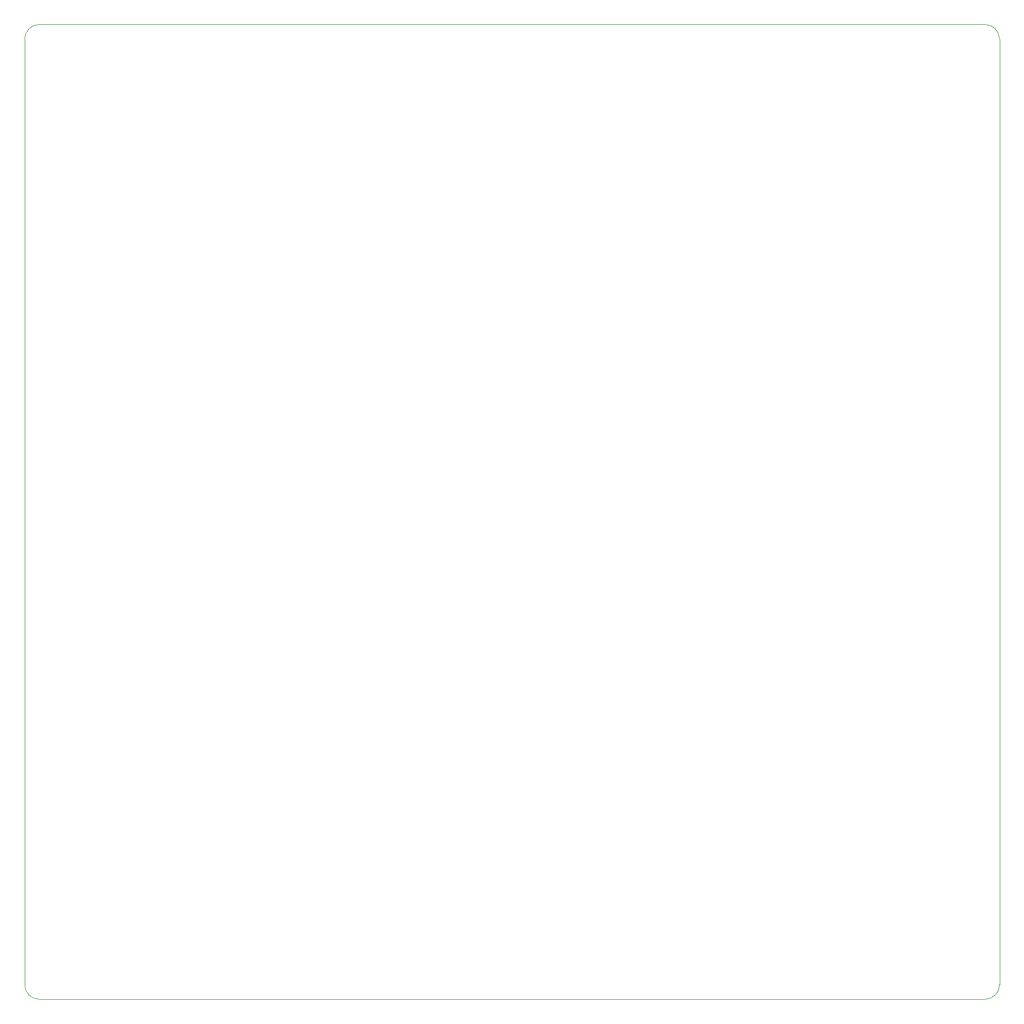
<source format=gm1>
G04 Layer_Color=16711935*
%FSLAX25Y25*%
%MOIN*%
G70*
G01*
G75*
%ADD23C,0.00394*%
D23*
X-305512Y314961D02*
G03*
X-314961Y305512I0J-9449D01*
G01*
Y-305512D02*
G03*
X-305512Y-314961I9449J0D01*
G01*
X305512D02*
G03*
X314961Y-305512I0J9449D01*
G01*
Y305512D02*
G03*
X305512Y314961I-9449J0D01*
G01*
X-314961Y-305512D02*
Y305512D01*
X-305512Y314961D02*
X305512D01*
X314961Y-305512D02*
Y305512D01*
X-305512Y-314961D02*
X305512D01*
M02*

</source>
